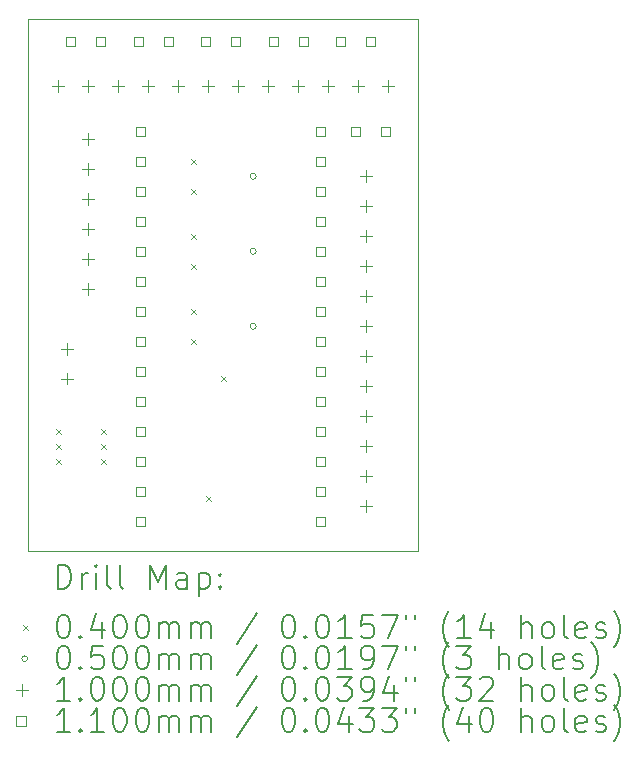
<source format=gbr>
%FSLAX45Y45*%
G04 Gerber Fmt 4.5, Leading zero omitted, Abs format (unit mm)*
G04 Created by KiCad (PCBNEW (6.0.1)) date 2022-02-24 09:22:36*
%MOMM*%
%LPD*%
G01*
G04 APERTURE LIST*
%TA.AperFunction,Profile*%
%ADD10C,0.100000*%
%TD*%
%ADD11C,0.200000*%
%ADD12C,0.040000*%
%ADD13C,0.050000*%
%ADD14C,0.100000*%
%ADD15C,0.110000*%
G04 APERTURE END LIST*
D10*
X13081000Y-6223000D02*
X16383000Y-6223000D01*
X16383000Y-6223000D02*
X16383000Y-10731500D01*
X16383000Y-10731500D02*
X13081000Y-10731500D01*
X13081000Y-10731500D02*
X13081000Y-6223000D01*
D11*
D12*
X13315000Y-9695500D02*
X13355000Y-9735500D01*
X13355000Y-9695500D02*
X13315000Y-9735500D01*
X13315000Y-9822500D02*
X13355000Y-9862500D01*
X13355000Y-9822500D02*
X13315000Y-9862500D01*
X13315000Y-9949500D02*
X13355000Y-9989500D01*
X13355000Y-9949500D02*
X13315000Y-9989500D01*
X13696000Y-9695500D02*
X13736000Y-9735500D01*
X13736000Y-9695500D02*
X13696000Y-9735500D01*
X13696000Y-9822500D02*
X13736000Y-9862500D01*
X13736000Y-9822500D02*
X13696000Y-9862500D01*
X13696000Y-9949500D02*
X13736000Y-9989500D01*
X13736000Y-9949500D02*
X13696000Y-9989500D01*
X14458000Y-7409500D02*
X14498000Y-7449500D01*
X14498000Y-7409500D02*
X14458000Y-7449500D01*
X14458000Y-7663500D02*
X14498000Y-7703500D01*
X14498000Y-7663500D02*
X14458000Y-7703500D01*
X14458000Y-8044500D02*
X14498000Y-8084500D01*
X14498000Y-8044500D02*
X14458000Y-8084500D01*
X14458000Y-8298500D02*
X14498000Y-8338500D01*
X14498000Y-8298500D02*
X14458000Y-8338500D01*
X14458000Y-8679500D02*
X14498000Y-8719500D01*
X14498000Y-8679500D02*
X14458000Y-8719500D01*
X14458000Y-8933500D02*
X14498000Y-8973500D01*
X14498000Y-8933500D02*
X14458000Y-8973500D01*
X14585000Y-10267000D02*
X14625000Y-10307000D01*
X14625000Y-10267000D02*
X14585000Y-10307000D01*
X14712000Y-9251000D02*
X14752000Y-9291000D01*
X14752000Y-9251000D02*
X14712000Y-9291000D01*
D13*
X15011000Y-7556500D02*
G75*
G03*
X15011000Y-7556500I-25000J0D01*
G01*
X15011000Y-8191500D02*
G75*
G03*
X15011000Y-8191500I-25000J0D01*
G01*
X15011000Y-8826500D02*
G75*
G03*
X15011000Y-8826500I-25000J0D01*
G01*
D14*
X13334500Y-6744500D02*
X13334500Y-6844500D01*
X13284500Y-6794500D02*
X13384500Y-6794500D01*
X13409500Y-8969000D02*
X13409500Y-9069000D01*
X13359500Y-9019000D02*
X13459500Y-9019000D01*
X13409500Y-9219000D02*
X13409500Y-9319000D01*
X13359500Y-9269000D02*
X13459500Y-9269000D01*
X13588500Y-6744500D02*
X13588500Y-6844500D01*
X13538500Y-6794500D02*
X13638500Y-6794500D01*
X13589000Y-7189000D02*
X13589000Y-7289000D01*
X13539000Y-7239000D02*
X13639000Y-7239000D01*
X13589000Y-7443000D02*
X13589000Y-7543000D01*
X13539000Y-7493000D02*
X13639000Y-7493000D01*
X13589000Y-7697000D02*
X13589000Y-7797000D01*
X13539000Y-7747000D02*
X13639000Y-7747000D01*
X13589000Y-7951000D02*
X13589000Y-8051000D01*
X13539000Y-8001000D02*
X13639000Y-8001000D01*
X13589000Y-8205000D02*
X13589000Y-8305000D01*
X13539000Y-8255000D02*
X13639000Y-8255000D01*
X13589000Y-8459000D02*
X13589000Y-8559000D01*
X13539000Y-8509000D02*
X13639000Y-8509000D01*
X13842500Y-6744500D02*
X13842500Y-6844500D01*
X13792500Y-6794500D02*
X13892500Y-6794500D01*
X14096500Y-6744500D02*
X14096500Y-6844500D01*
X14046500Y-6794500D02*
X14146500Y-6794500D01*
X14350500Y-6744500D02*
X14350500Y-6844500D01*
X14300500Y-6794500D02*
X14400500Y-6794500D01*
X14604500Y-6744500D02*
X14604500Y-6844500D01*
X14554500Y-6794500D02*
X14654500Y-6794500D01*
X14858500Y-6744500D02*
X14858500Y-6844500D01*
X14808500Y-6794500D02*
X14908500Y-6794500D01*
X15112500Y-6744500D02*
X15112500Y-6844500D01*
X15062500Y-6794500D02*
X15162500Y-6794500D01*
X15366500Y-6744500D02*
X15366500Y-6844500D01*
X15316500Y-6794500D02*
X15416500Y-6794500D01*
X15620500Y-6744500D02*
X15620500Y-6844500D01*
X15570500Y-6794500D02*
X15670500Y-6794500D01*
X15874500Y-6744500D02*
X15874500Y-6844500D01*
X15824500Y-6794500D02*
X15924500Y-6794500D01*
X15938500Y-7506000D02*
X15938500Y-7606000D01*
X15888500Y-7556000D02*
X15988500Y-7556000D01*
X15938500Y-7760000D02*
X15938500Y-7860000D01*
X15888500Y-7810000D02*
X15988500Y-7810000D01*
X15938500Y-8014000D02*
X15938500Y-8114000D01*
X15888500Y-8064000D02*
X15988500Y-8064000D01*
X15938500Y-8268000D02*
X15938500Y-8368000D01*
X15888500Y-8318000D02*
X15988500Y-8318000D01*
X15938500Y-8522000D02*
X15938500Y-8622000D01*
X15888500Y-8572000D02*
X15988500Y-8572000D01*
X15938500Y-8776000D02*
X15938500Y-8876000D01*
X15888500Y-8826000D02*
X15988500Y-8826000D01*
X15938500Y-9030000D02*
X15938500Y-9130000D01*
X15888500Y-9080000D02*
X15988500Y-9080000D01*
X15938500Y-9284000D02*
X15938500Y-9384000D01*
X15888500Y-9334000D02*
X15988500Y-9334000D01*
X15938500Y-9538000D02*
X15938500Y-9638000D01*
X15888500Y-9588000D02*
X15988500Y-9588000D01*
X15938500Y-9792000D02*
X15938500Y-9892000D01*
X15888500Y-9842000D02*
X15988500Y-9842000D01*
X15938500Y-10046000D02*
X15938500Y-10146000D01*
X15888500Y-10096000D02*
X15988500Y-10096000D01*
X15938500Y-10300000D02*
X15938500Y-10400000D01*
X15888500Y-10350000D02*
X15988500Y-10350000D01*
X16128500Y-6744500D02*
X16128500Y-6844500D01*
X16078500Y-6794500D02*
X16178500Y-6794500D01*
D15*
X13481068Y-6452391D02*
X13481068Y-6374609D01*
X13403285Y-6374609D01*
X13403285Y-6452391D01*
X13481068Y-6452391D01*
X13735068Y-6452391D02*
X13735068Y-6374609D01*
X13657285Y-6374609D01*
X13657285Y-6452391D01*
X13735068Y-6452391D01*
X14052568Y-6452391D02*
X14052568Y-6374609D01*
X13974785Y-6374609D01*
X13974785Y-6452391D01*
X14052568Y-6452391D01*
X14072391Y-7214391D02*
X14072391Y-7136609D01*
X13994609Y-7136609D01*
X13994609Y-7214391D01*
X14072391Y-7214391D01*
X14072391Y-7468391D02*
X14072391Y-7390609D01*
X13994609Y-7390609D01*
X13994609Y-7468391D01*
X14072391Y-7468391D01*
X14072391Y-7722391D02*
X14072391Y-7644609D01*
X13994609Y-7644609D01*
X13994609Y-7722391D01*
X14072391Y-7722391D01*
X14072391Y-7976391D02*
X14072391Y-7898609D01*
X13994609Y-7898609D01*
X13994609Y-7976391D01*
X14072391Y-7976391D01*
X14072391Y-8230391D02*
X14072391Y-8152609D01*
X13994609Y-8152609D01*
X13994609Y-8230391D01*
X14072391Y-8230391D01*
X14072391Y-8484391D02*
X14072391Y-8406609D01*
X13994609Y-8406609D01*
X13994609Y-8484391D01*
X14072391Y-8484391D01*
X14072391Y-8738391D02*
X14072391Y-8660609D01*
X13994609Y-8660609D01*
X13994609Y-8738391D01*
X14072391Y-8738391D01*
X14072391Y-8992391D02*
X14072391Y-8914609D01*
X13994609Y-8914609D01*
X13994609Y-8992391D01*
X14072391Y-8992391D01*
X14072391Y-9246391D02*
X14072391Y-9168609D01*
X13994609Y-9168609D01*
X13994609Y-9246391D01*
X14072391Y-9246391D01*
X14072391Y-9500391D02*
X14072391Y-9422609D01*
X13994609Y-9422609D01*
X13994609Y-9500391D01*
X14072391Y-9500391D01*
X14072391Y-9754391D02*
X14072391Y-9676609D01*
X13994609Y-9676609D01*
X13994609Y-9754391D01*
X14072391Y-9754391D01*
X14072391Y-10008391D02*
X14072391Y-9930609D01*
X13994609Y-9930609D01*
X13994609Y-10008391D01*
X14072391Y-10008391D01*
X14072391Y-10262391D02*
X14072391Y-10184609D01*
X13994609Y-10184609D01*
X13994609Y-10262391D01*
X14072391Y-10262391D01*
X14072391Y-10516391D02*
X14072391Y-10438609D01*
X13994609Y-10438609D01*
X13994609Y-10516391D01*
X14072391Y-10516391D01*
X14306568Y-6452391D02*
X14306568Y-6374609D01*
X14228785Y-6374609D01*
X14228785Y-6452391D01*
X14306568Y-6452391D01*
X14624068Y-6452391D02*
X14624068Y-6374609D01*
X14546285Y-6374609D01*
X14546285Y-6452391D01*
X14624068Y-6452391D01*
X14878068Y-6452391D02*
X14878068Y-6374609D01*
X14800285Y-6374609D01*
X14800285Y-6452391D01*
X14878068Y-6452391D01*
X15195568Y-6452391D02*
X15195568Y-6374609D01*
X15117785Y-6374609D01*
X15117785Y-6452391D01*
X15195568Y-6452391D01*
X15449568Y-6452391D02*
X15449568Y-6374609D01*
X15371785Y-6374609D01*
X15371785Y-6452391D01*
X15449568Y-6452391D01*
X15596391Y-7214391D02*
X15596391Y-7136609D01*
X15518609Y-7136609D01*
X15518609Y-7214391D01*
X15596391Y-7214391D01*
X15596391Y-7468391D02*
X15596391Y-7390609D01*
X15518609Y-7390609D01*
X15518609Y-7468391D01*
X15596391Y-7468391D01*
X15596391Y-7722391D02*
X15596391Y-7644609D01*
X15518609Y-7644609D01*
X15518609Y-7722391D01*
X15596391Y-7722391D01*
X15596391Y-7976391D02*
X15596391Y-7898609D01*
X15518609Y-7898609D01*
X15518609Y-7976391D01*
X15596391Y-7976391D01*
X15596391Y-8230391D02*
X15596391Y-8152609D01*
X15518609Y-8152609D01*
X15518609Y-8230391D01*
X15596391Y-8230391D01*
X15596391Y-8484391D02*
X15596391Y-8406609D01*
X15518609Y-8406609D01*
X15518609Y-8484391D01*
X15596391Y-8484391D01*
X15596391Y-8738391D02*
X15596391Y-8660609D01*
X15518609Y-8660609D01*
X15518609Y-8738391D01*
X15596391Y-8738391D01*
X15596391Y-8992391D02*
X15596391Y-8914609D01*
X15518609Y-8914609D01*
X15518609Y-8992391D01*
X15596391Y-8992391D01*
X15596391Y-9246391D02*
X15596391Y-9168609D01*
X15518609Y-9168609D01*
X15518609Y-9246391D01*
X15596391Y-9246391D01*
X15596391Y-9500391D02*
X15596391Y-9422609D01*
X15518609Y-9422609D01*
X15518609Y-9500391D01*
X15596391Y-9500391D01*
X15596391Y-9754391D02*
X15596391Y-9676609D01*
X15518609Y-9676609D01*
X15518609Y-9754391D01*
X15596391Y-9754391D01*
X15596391Y-10008391D02*
X15596391Y-9930609D01*
X15518609Y-9930609D01*
X15518609Y-10008391D01*
X15596391Y-10008391D01*
X15596391Y-10262391D02*
X15596391Y-10184609D01*
X15518609Y-10184609D01*
X15518609Y-10262391D01*
X15596391Y-10262391D01*
X15596391Y-10516391D02*
X15596391Y-10438609D01*
X15518609Y-10438609D01*
X15518609Y-10516391D01*
X15596391Y-10516391D01*
X15767068Y-6452391D02*
X15767068Y-6374609D01*
X15689285Y-6374609D01*
X15689285Y-6452391D01*
X15767068Y-6452391D01*
X15894068Y-7214391D02*
X15894068Y-7136609D01*
X15816285Y-7136609D01*
X15816285Y-7214391D01*
X15894068Y-7214391D01*
X16021068Y-6452391D02*
X16021068Y-6374609D01*
X15943285Y-6374609D01*
X15943285Y-6452391D01*
X16021068Y-6452391D01*
X16148068Y-7214391D02*
X16148068Y-7136609D01*
X16070285Y-7136609D01*
X16070285Y-7214391D01*
X16148068Y-7214391D01*
D11*
X13333619Y-11046976D02*
X13333619Y-10846976D01*
X13381238Y-10846976D01*
X13409809Y-10856500D01*
X13428857Y-10875548D01*
X13438381Y-10894595D01*
X13447905Y-10932690D01*
X13447905Y-10961262D01*
X13438381Y-10999357D01*
X13428857Y-11018405D01*
X13409809Y-11037452D01*
X13381238Y-11046976D01*
X13333619Y-11046976D01*
X13533619Y-11046976D02*
X13533619Y-10913643D01*
X13533619Y-10951738D02*
X13543143Y-10932690D01*
X13552667Y-10923167D01*
X13571714Y-10913643D01*
X13590762Y-10913643D01*
X13657428Y-11046976D02*
X13657428Y-10913643D01*
X13657428Y-10846976D02*
X13647905Y-10856500D01*
X13657428Y-10866024D01*
X13666952Y-10856500D01*
X13657428Y-10846976D01*
X13657428Y-10866024D01*
X13781238Y-11046976D02*
X13762190Y-11037452D01*
X13752667Y-11018405D01*
X13752667Y-10846976D01*
X13886000Y-11046976D02*
X13866952Y-11037452D01*
X13857428Y-11018405D01*
X13857428Y-10846976D01*
X14114571Y-11046976D02*
X14114571Y-10846976D01*
X14181238Y-10989833D01*
X14247905Y-10846976D01*
X14247905Y-11046976D01*
X14428857Y-11046976D02*
X14428857Y-10942214D01*
X14419333Y-10923167D01*
X14400286Y-10913643D01*
X14362190Y-10913643D01*
X14343143Y-10923167D01*
X14428857Y-11037452D02*
X14409809Y-11046976D01*
X14362190Y-11046976D01*
X14343143Y-11037452D01*
X14333619Y-11018405D01*
X14333619Y-10999357D01*
X14343143Y-10980310D01*
X14362190Y-10970786D01*
X14409809Y-10970786D01*
X14428857Y-10961262D01*
X14524095Y-10913643D02*
X14524095Y-11113643D01*
X14524095Y-10923167D02*
X14543143Y-10913643D01*
X14581238Y-10913643D01*
X14600286Y-10923167D01*
X14609809Y-10932690D01*
X14619333Y-10951738D01*
X14619333Y-11008881D01*
X14609809Y-11027929D01*
X14600286Y-11037452D01*
X14581238Y-11046976D01*
X14543143Y-11046976D01*
X14524095Y-11037452D01*
X14705048Y-11027929D02*
X14714571Y-11037452D01*
X14705048Y-11046976D01*
X14695524Y-11037452D01*
X14705048Y-11027929D01*
X14705048Y-11046976D01*
X14705048Y-10923167D02*
X14714571Y-10932690D01*
X14705048Y-10942214D01*
X14695524Y-10932690D01*
X14705048Y-10923167D01*
X14705048Y-10942214D01*
D12*
X13036000Y-11356500D02*
X13076000Y-11396500D01*
X13076000Y-11356500D02*
X13036000Y-11396500D01*
D11*
X13371714Y-11266976D02*
X13390762Y-11266976D01*
X13409809Y-11276500D01*
X13419333Y-11286024D01*
X13428857Y-11305071D01*
X13438381Y-11343167D01*
X13438381Y-11390786D01*
X13428857Y-11428881D01*
X13419333Y-11447928D01*
X13409809Y-11457452D01*
X13390762Y-11466976D01*
X13371714Y-11466976D01*
X13352667Y-11457452D01*
X13343143Y-11447928D01*
X13333619Y-11428881D01*
X13324095Y-11390786D01*
X13324095Y-11343167D01*
X13333619Y-11305071D01*
X13343143Y-11286024D01*
X13352667Y-11276500D01*
X13371714Y-11266976D01*
X13524095Y-11447928D02*
X13533619Y-11457452D01*
X13524095Y-11466976D01*
X13514571Y-11457452D01*
X13524095Y-11447928D01*
X13524095Y-11466976D01*
X13705048Y-11333643D02*
X13705048Y-11466976D01*
X13657428Y-11257452D02*
X13609809Y-11400309D01*
X13733619Y-11400309D01*
X13847905Y-11266976D02*
X13866952Y-11266976D01*
X13886000Y-11276500D01*
X13895524Y-11286024D01*
X13905048Y-11305071D01*
X13914571Y-11343167D01*
X13914571Y-11390786D01*
X13905048Y-11428881D01*
X13895524Y-11447928D01*
X13886000Y-11457452D01*
X13866952Y-11466976D01*
X13847905Y-11466976D01*
X13828857Y-11457452D01*
X13819333Y-11447928D01*
X13809809Y-11428881D01*
X13800286Y-11390786D01*
X13800286Y-11343167D01*
X13809809Y-11305071D01*
X13819333Y-11286024D01*
X13828857Y-11276500D01*
X13847905Y-11266976D01*
X14038381Y-11266976D02*
X14057428Y-11266976D01*
X14076476Y-11276500D01*
X14086000Y-11286024D01*
X14095524Y-11305071D01*
X14105048Y-11343167D01*
X14105048Y-11390786D01*
X14095524Y-11428881D01*
X14086000Y-11447928D01*
X14076476Y-11457452D01*
X14057428Y-11466976D01*
X14038381Y-11466976D01*
X14019333Y-11457452D01*
X14009809Y-11447928D01*
X14000286Y-11428881D01*
X13990762Y-11390786D01*
X13990762Y-11343167D01*
X14000286Y-11305071D01*
X14009809Y-11286024D01*
X14019333Y-11276500D01*
X14038381Y-11266976D01*
X14190762Y-11466976D02*
X14190762Y-11333643D01*
X14190762Y-11352690D02*
X14200286Y-11343167D01*
X14219333Y-11333643D01*
X14247905Y-11333643D01*
X14266952Y-11343167D01*
X14276476Y-11362214D01*
X14276476Y-11466976D01*
X14276476Y-11362214D02*
X14286000Y-11343167D01*
X14305048Y-11333643D01*
X14333619Y-11333643D01*
X14352667Y-11343167D01*
X14362190Y-11362214D01*
X14362190Y-11466976D01*
X14457428Y-11466976D02*
X14457428Y-11333643D01*
X14457428Y-11352690D02*
X14466952Y-11343167D01*
X14486000Y-11333643D01*
X14514571Y-11333643D01*
X14533619Y-11343167D01*
X14543143Y-11362214D01*
X14543143Y-11466976D01*
X14543143Y-11362214D02*
X14552667Y-11343167D01*
X14571714Y-11333643D01*
X14600286Y-11333643D01*
X14619333Y-11343167D01*
X14628857Y-11362214D01*
X14628857Y-11466976D01*
X15019333Y-11257452D02*
X14847905Y-11514595D01*
X15276476Y-11266976D02*
X15295524Y-11266976D01*
X15314571Y-11276500D01*
X15324095Y-11286024D01*
X15333619Y-11305071D01*
X15343143Y-11343167D01*
X15343143Y-11390786D01*
X15333619Y-11428881D01*
X15324095Y-11447928D01*
X15314571Y-11457452D01*
X15295524Y-11466976D01*
X15276476Y-11466976D01*
X15257428Y-11457452D01*
X15247905Y-11447928D01*
X15238381Y-11428881D01*
X15228857Y-11390786D01*
X15228857Y-11343167D01*
X15238381Y-11305071D01*
X15247905Y-11286024D01*
X15257428Y-11276500D01*
X15276476Y-11266976D01*
X15428857Y-11447928D02*
X15438381Y-11457452D01*
X15428857Y-11466976D01*
X15419333Y-11457452D01*
X15428857Y-11447928D01*
X15428857Y-11466976D01*
X15562190Y-11266976D02*
X15581238Y-11266976D01*
X15600286Y-11276500D01*
X15609809Y-11286024D01*
X15619333Y-11305071D01*
X15628857Y-11343167D01*
X15628857Y-11390786D01*
X15619333Y-11428881D01*
X15609809Y-11447928D01*
X15600286Y-11457452D01*
X15581238Y-11466976D01*
X15562190Y-11466976D01*
X15543143Y-11457452D01*
X15533619Y-11447928D01*
X15524095Y-11428881D01*
X15514571Y-11390786D01*
X15514571Y-11343167D01*
X15524095Y-11305071D01*
X15533619Y-11286024D01*
X15543143Y-11276500D01*
X15562190Y-11266976D01*
X15819333Y-11466976D02*
X15705048Y-11466976D01*
X15762190Y-11466976D02*
X15762190Y-11266976D01*
X15743143Y-11295548D01*
X15724095Y-11314595D01*
X15705048Y-11324119D01*
X16000286Y-11266976D02*
X15905048Y-11266976D01*
X15895524Y-11362214D01*
X15905048Y-11352690D01*
X15924095Y-11343167D01*
X15971714Y-11343167D01*
X15990762Y-11352690D01*
X16000286Y-11362214D01*
X16009809Y-11381262D01*
X16009809Y-11428881D01*
X16000286Y-11447928D01*
X15990762Y-11457452D01*
X15971714Y-11466976D01*
X15924095Y-11466976D01*
X15905048Y-11457452D01*
X15895524Y-11447928D01*
X16076476Y-11266976D02*
X16209809Y-11266976D01*
X16124095Y-11466976D01*
X16276476Y-11266976D02*
X16276476Y-11305071D01*
X16352667Y-11266976D02*
X16352667Y-11305071D01*
X16647905Y-11543167D02*
X16638381Y-11533643D01*
X16619333Y-11505071D01*
X16609809Y-11486024D01*
X16600286Y-11457452D01*
X16590762Y-11409833D01*
X16590762Y-11371738D01*
X16600286Y-11324119D01*
X16609809Y-11295548D01*
X16619333Y-11276500D01*
X16638381Y-11247928D01*
X16647905Y-11238405D01*
X16828857Y-11466976D02*
X16714571Y-11466976D01*
X16771714Y-11466976D02*
X16771714Y-11266976D01*
X16752667Y-11295548D01*
X16733619Y-11314595D01*
X16714571Y-11324119D01*
X17000286Y-11333643D02*
X17000286Y-11466976D01*
X16952667Y-11257452D02*
X16905048Y-11400309D01*
X17028857Y-11400309D01*
X17257429Y-11466976D02*
X17257429Y-11266976D01*
X17343143Y-11466976D02*
X17343143Y-11362214D01*
X17333619Y-11343167D01*
X17314571Y-11333643D01*
X17286000Y-11333643D01*
X17266952Y-11343167D01*
X17257429Y-11352690D01*
X17466952Y-11466976D02*
X17447905Y-11457452D01*
X17438381Y-11447928D01*
X17428857Y-11428881D01*
X17428857Y-11371738D01*
X17438381Y-11352690D01*
X17447905Y-11343167D01*
X17466952Y-11333643D01*
X17495524Y-11333643D01*
X17514571Y-11343167D01*
X17524095Y-11352690D01*
X17533619Y-11371738D01*
X17533619Y-11428881D01*
X17524095Y-11447928D01*
X17514571Y-11457452D01*
X17495524Y-11466976D01*
X17466952Y-11466976D01*
X17647905Y-11466976D02*
X17628857Y-11457452D01*
X17619333Y-11438405D01*
X17619333Y-11266976D01*
X17800286Y-11457452D02*
X17781238Y-11466976D01*
X17743143Y-11466976D01*
X17724095Y-11457452D01*
X17714571Y-11438405D01*
X17714571Y-11362214D01*
X17724095Y-11343167D01*
X17743143Y-11333643D01*
X17781238Y-11333643D01*
X17800286Y-11343167D01*
X17809810Y-11362214D01*
X17809810Y-11381262D01*
X17714571Y-11400309D01*
X17886000Y-11457452D02*
X17905048Y-11466976D01*
X17943143Y-11466976D01*
X17962190Y-11457452D01*
X17971714Y-11438405D01*
X17971714Y-11428881D01*
X17962190Y-11409833D01*
X17943143Y-11400309D01*
X17914571Y-11400309D01*
X17895524Y-11390786D01*
X17886000Y-11371738D01*
X17886000Y-11362214D01*
X17895524Y-11343167D01*
X17914571Y-11333643D01*
X17943143Y-11333643D01*
X17962190Y-11343167D01*
X18038381Y-11543167D02*
X18047905Y-11533643D01*
X18066952Y-11505071D01*
X18076476Y-11486024D01*
X18086000Y-11457452D01*
X18095524Y-11409833D01*
X18095524Y-11371738D01*
X18086000Y-11324119D01*
X18076476Y-11295548D01*
X18066952Y-11276500D01*
X18047905Y-11247928D01*
X18038381Y-11238405D01*
D13*
X13076000Y-11640500D02*
G75*
G03*
X13076000Y-11640500I-25000J0D01*
G01*
D11*
X13371714Y-11530976D02*
X13390762Y-11530976D01*
X13409809Y-11540500D01*
X13419333Y-11550024D01*
X13428857Y-11569071D01*
X13438381Y-11607167D01*
X13438381Y-11654786D01*
X13428857Y-11692881D01*
X13419333Y-11711928D01*
X13409809Y-11721452D01*
X13390762Y-11730976D01*
X13371714Y-11730976D01*
X13352667Y-11721452D01*
X13343143Y-11711928D01*
X13333619Y-11692881D01*
X13324095Y-11654786D01*
X13324095Y-11607167D01*
X13333619Y-11569071D01*
X13343143Y-11550024D01*
X13352667Y-11540500D01*
X13371714Y-11530976D01*
X13524095Y-11711928D02*
X13533619Y-11721452D01*
X13524095Y-11730976D01*
X13514571Y-11721452D01*
X13524095Y-11711928D01*
X13524095Y-11730976D01*
X13714571Y-11530976D02*
X13619333Y-11530976D01*
X13609809Y-11626214D01*
X13619333Y-11616690D01*
X13638381Y-11607167D01*
X13686000Y-11607167D01*
X13705048Y-11616690D01*
X13714571Y-11626214D01*
X13724095Y-11645262D01*
X13724095Y-11692881D01*
X13714571Y-11711928D01*
X13705048Y-11721452D01*
X13686000Y-11730976D01*
X13638381Y-11730976D01*
X13619333Y-11721452D01*
X13609809Y-11711928D01*
X13847905Y-11530976D02*
X13866952Y-11530976D01*
X13886000Y-11540500D01*
X13895524Y-11550024D01*
X13905048Y-11569071D01*
X13914571Y-11607167D01*
X13914571Y-11654786D01*
X13905048Y-11692881D01*
X13895524Y-11711928D01*
X13886000Y-11721452D01*
X13866952Y-11730976D01*
X13847905Y-11730976D01*
X13828857Y-11721452D01*
X13819333Y-11711928D01*
X13809809Y-11692881D01*
X13800286Y-11654786D01*
X13800286Y-11607167D01*
X13809809Y-11569071D01*
X13819333Y-11550024D01*
X13828857Y-11540500D01*
X13847905Y-11530976D01*
X14038381Y-11530976D02*
X14057428Y-11530976D01*
X14076476Y-11540500D01*
X14086000Y-11550024D01*
X14095524Y-11569071D01*
X14105048Y-11607167D01*
X14105048Y-11654786D01*
X14095524Y-11692881D01*
X14086000Y-11711928D01*
X14076476Y-11721452D01*
X14057428Y-11730976D01*
X14038381Y-11730976D01*
X14019333Y-11721452D01*
X14009809Y-11711928D01*
X14000286Y-11692881D01*
X13990762Y-11654786D01*
X13990762Y-11607167D01*
X14000286Y-11569071D01*
X14009809Y-11550024D01*
X14019333Y-11540500D01*
X14038381Y-11530976D01*
X14190762Y-11730976D02*
X14190762Y-11597643D01*
X14190762Y-11616690D02*
X14200286Y-11607167D01*
X14219333Y-11597643D01*
X14247905Y-11597643D01*
X14266952Y-11607167D01*
X14276476Y-11626214D01*
X14276476Y-11730976D01*
X14276476Y-11626214D02*
X14286000Y-11607167D01*
X14305048Y-11597643D01*
X14333619Y-11597643D01*
X14352667Y-11607167D01*
X14362190Y-11626214D01*
X14362190Y-11730976D01*
X14457428Y-11730976D02*
X14457428Y-11597643D01*
X14457428Y-11616690D02*
X14466952Y-11607167D01*
X14486000Y-11597643D01*
X14514571Y-11597643D01*
X14533619Y-11607167D01*
X14543143Y-11626214D01*
X14543143Y-11730976D01*
X14543143Y-11626214D02*
X14552667Y-11607167D01*
X14571714Y-11597643D01*
X14600286Y-11597643D01*
X14619333Y-11607167D01*
X14628857Y-11626214D01*
X14628857Y-11730976D01*
X15019333Y-11521452D02*
X14847905Y-11778595D01*
X15276476Y-11530976D02*
X15295524Y-11530976D01*
X15314571Y-11540500D01*
X15324095Y-11550024D01*
X15333619Y-11569071D01*
X15343143Y-11607167D01*
X15343143Y-11654786D01*
X15333619Y-11692881D01*
X15324095Y-11711928D01*
X15314571Y-11721452D01*
X15295524Y-11730976D01*
X15276476Y-11730976D01*
X15257428Y-11721452D01*
X15247905Y-11711928D01*
X15238381Y-11692881D01*
X15228857Y-11654786D01*
X15228857Y-11607167D01*
X15238381Y-11569071D01*
X15247905Y-11550024D01*
X15257428Y-11540500D01*
X15276476Y-11530976D01*
X15428857Y-11711928D02*
X15438381Y-11721452D01*
X15428857Y-11730976D01*
X15419333Y-11721452D01*
X15428857Y-11711928D01*
X15428857Y-11730976D01*
X15562190Y-11530976D02*
X15581238Y-11530976D01*
X15600286Y-11540500D01*
X15609809Y-11550024D01*
X15619333Y-11569071D01*
X15628857Y-11607167D01*
X15628857Y-11654786D01*
X15619333Y-11692881D01*
X15609809Y-11711928D01*
X15600286Y-11721452D01*
X15581238Y-11730976D01*
X15562190Y-11730976D01*
X15543143Y-11721452D01*
X15533619Y-11711928D01*
X15524095Y-11692881D01*
X15514571Y-11654786D01*
X15514571Y-11607167D01*
X15524095Y-11569071D01*
X15533619Y-11550024D01*
X15543143Y-11540500D01*
X15562190Y-11530976D01*
X15819333Y-11730976D02*
X15705048Y-11730976D01*
X15762190Y-11730976D02*
X15762190Y-11530976D01*
X15743143Y-11559548D01*
X15724095Y-11578595D01*
X15705048Y-11588119D01*
X15914571Y-11730976D02*
X15952667Y-11730976D01*
X15971714Y-11721452D01*
X15981238Y-11711928D01*
X16000286Y-11683357D01*
X16009809Y-11645262D01*
X16009809Y-11569071D01*
X16000286Y-11550024D01*
X15990762Y-11540500D01*
X15971714Y-11530976D01*
X15933619Y-11530976D01*
X15914571Y-11540500D01*
X15905048Y-11550024D01*
X15895524Y-11569071D01*
X15895524Y-11616690D01*
X15905048Y-11635738D01*
X15914571Y-11645262D01*
X15933619Y-11654786D01*
X15971714Y-11654786D01*
X15990762Y-11645262D01*
X16000286Y-11635738D01*
X16009809Y-11616690D01*
X16076476Y-11530976D02*
X16209809Y-11530976D01*
X16124095Y-11730976D01*
X16276476Y-11530976D02*
X16276476Y-11569071D01*
X16352667Y-11530976D02*
X16352667Y-11569071D01*
X16647905Y-11807167D02*
X16638381Y-11797643D01*
X16619333Y-11769071D01*
X16609809Y-11750024D01*
X16600286Y-11721452D01*
X16590762Y-11673833D01*
X16590762Y-11635738D01*
X16600286Y-11588119D01*
X16609809Y-11559548D01*
X16619333Y-11540500D01*
X16638381Y-11511928D01*
X16647905Y-11502405D01*
X16705048Y-11530976D02*
X16828857Y-11530976D01*
X16762190Y-11607167D01*
X16790762Y-11607167D01*
X16809810Y-11616690D01*
X16819333Y-11626214D01*
X16828857Y-11645262D01*
X16828857Y-11692881D01*
X16819333Y-11711928D01*
X16809810Y-11721452D01*
X16790762Y-11730976D01*
X16733619Y-11730976D01*
X16714571Y-11721452D01*
X16705048Y-11711928D01*
X17066952Y-11730976D02*
X17066952Y-11530976D01*
X17152667Y-11730976D02*
X17152667Y-11626214D01*
X17143143Y-11607167D01*
X17124095Y-11597643D01*
X17095524Y-11597643D01*
X17076476Y-11607167D01*
X17066952Y-11616690D01*
X17276476Y-11730976D02*
X17257429Y-11721452D01*
X17247905Y-11711928D01*
X17238381Y-11692881D01*
X17238381Y-11635738D01*
X17247905Y-11616690D01*
X17257429Y-11607167D01*
X17276476Y-11597643D01*
X17305048Y-11597643D01*
X17324095Y-11607167D01*
X17333619Y-11616690D01*
X17343143Y-11635738D01*
X17343143Y-11692881D01*
X17333619Y-11711928D01*
X17324095Y-11721452D01*
X17305048Y-11730976D01*
X17276476Y-11730976D01*
X17457429Y-11730976D02*
X17438381Y-11721452D01*
X17428857Y-11702405D01*
X17428857Y-11530976D01*
X17609810Y-11721452D02*
X17590762Y-11730976D01*
X17552667Y-11730976D01*
X17533619Y-11721452D01*
X17524095Y-11702405D01*
X17524095Y-11626214D01*
X17533619Y-11607167D01*
X17552667Y-11597643D01*
X17590762Y-11597643D01*
X17609810Y-11607167D01*
X17619333Y-11626214D01*
X17619333Y-11645262D01*
X17524095Y-11664309D01*
X17695524Y-11721452D02*
X17714571Y-11730976D01*
X17752667Y-11730976D01*
X17771714Y-11721452D01*
X17781238Y-11702405D01*
X17781238Y-11692881D01*
X17771714Y-11673833D01*
X17752667Y-11664309D01*
X17724095Y-11664309D01*
X17705048Y-11654786D01*
X17695524Y-11635738D01*
X17695524Y-11626214D01*
X17705048Y-11607167D01*
X17724095Y-11597643D01*
X17752667Y-11597643D01*
X17771714Y-11607167D01*
X17847905Y-11807167D02*
X17857429Y-11797643D01*
X17876476Y-11769071D01*
X17886000Y-11750024D01*
X17895524Y-11721452D01*
X17905048Y-11673833D01*
X17905048Y-11635738D01*
X17895524Y-11588119D01*
X17886000Y-11559548D01*
X17876476Y-11540500D01*
X17857429Y-11511928D01*
X17847905Y-11502405D01*
D14*
X13026000Y-11854500D02*
X13026000Y-11954500D01*
X12976000Y-11904500D02*
X13076000Y-11904500D01*
D11*
X13438381Y-11994976D02*
X13324095Y-11994976D01*
X13381238Y-11994976D02*
X13381238Y-11794976D01*
X13362190Y-11823548D01*
X13343143Y-11842595D01*
X13324095Y-11852119D01*
X13524095Y-11975928D02*
X13533619Y-11985452D01*
X13524095Y-11994976D01*
X13514571Y-11985452D01*
X13524095Y-11975928D01*
X13524095Y-11994976D01*
X13657428Y-11794976D02*
X13676476Y-11794976D01*
X13695524Y-11804500D01*
X13705048Y-11814024D01*
X13714571Y-11833071D01*
X13724095Y-11871167D01*
X13724095Y-11918786D01*
X13714571Y-11956881D01*
X13705048Y-11975928D01*
X13695524Y-11985452D01*
X13676476Y-11994976D01*
X13657428Y-11994976D01*
X13638381Y-11985452D01*
X13628857Y-11975928D01*
X13619333Y-11956881D01*
X13609809Y-11918786D01*
X13609809Y-11871167D01*
X13619333Y-11833071D01*
X13628857Y-11814024D01*
X13638381Y-11804500D01*
X13657428Y-11794976D01*
X13847905Y-11794976D02*
X13866952Y-11794976D01*
X13886000Y-11804500D01*
X13895524Y-11814024D01*
X13905048Y-11833071D01*
X13914571Y-11871167D01*
X13914571Y-11918786D01*
X13905048Y-11956881D01*
X13895524Y-11975928D01*
X13886000Y-11985452D01*
X13866952Y-11994976D01*
X13847905Y-11994976D01*
X13828857Y-11985452D01*
X13819333Y-11975928D01*
X13809809Y-11956881D01*
X13800286Y-11918786D01*
X13800286Y-11871167D01*
X13809809Y-11833071D01*
X13819333Y-11814024D01*
X13828857Y-11804500D01*
X13847905Y-11794976D01*
X14038381Y-11794976D02*
X14057428Y-11794976D01*
X14076476Y-11804500D01*
X14086000Y-11814024D01*
X14095524Y-11833071D01*
X14105048Y-11871167D01*
X14105048Y-11918786D01*
X14095524Y-11956881D01*
X14086000Y-11975928D01*
X14076476Y-11985452D01*
X14057428Y-11994976D01*
X14038381Y-11994976D01*
X14019333Y-11985452D01*
X14009809Y-11975928D01*
X14000286Y-11956881D01*
X13990762Y-11918786D01*
X13990762Y-11871167D01*
X14000286Y-11833071D01*
X14009809Y-11814024D01*
X14019333Y-11804500D01*
X14038381Y-11794976D01*
X14190762Y-11994976D02*
X14190762Y-11861643D01*
X14190762Y-11880690D02*
X14200286Y-11871167D01*
X14219333Y-11861643D01*
X14247905Y-11861643D01*
X14266952Y-11871167D01*
X14276476Y-11890214D01*
X14276476Y-11994976D01*
X14276476Y-11890214D02*
X14286000Y-11871167D01*
X14305048Y-11861643D01*
X14333619Y-11861643D01*
X14352667Y-11871167D01*
X14362190Y-11890214D01*
X14362190Y-11994976D01*
X14457428Y-11994976D02*
X14457428Y-11861643D01*
X14457428Y-11880690D02*
X14466952Y-11871167D01*
X14486000Y-11861643D01*
X14514571Y-11861643D01*
X14533619Y-11871167D01*
X14543143Y-11890214D01*
X14543143Y-11994976D01*
X14543143Y-11890214D02*
X14552667Y-11871167D01*
X14571714Y-11861643D01*
X14600286Y-11861643D01*
X14619333Y-11871167D01*
X14628857Y-11890214D01*
X14628857Y-11994976D01*
X15019333Y-11785452D02*
X14847905Y-12042595D01*
X15276476Y-11794976D02*
X15295524Y-11794976D01*
X15314571Y-11804500D01*
X15324095Y-11814024D01*
X15333619Y-11833071D01*
X15343143Y-11871167D01*
X15343143Y-11918786D01*
X15333619Y-11956881D01*
X15324095Y-11975928D01*
X15314571Y-11985452D01*
X15295524Y-11994976D01*
X15276476Y-11994976D01*
X15257428Y-11985452D01*
X15247905Y-11975928D01*
X15238381Y-11956881D01*
X15228857Y-11918786D01*
X15228857Y-11871167D01*
X15238381Y-11833071D01*
X15247905Y-11814024D01*
X15257428Y-11804500D01*
X15276476Y-11794976D01*
X15428857Y-11975928D02*
X15438381Y-11985452D01*
X15428857Y-11994976D01*
X15419333Y-11985452D01*
X15428857Y-11975928D01*
X15428857Y-11994976D01*
X15562190Y-11794976D02*
X15581238Y-11794976D01*
X15600286Y-11804500D01*
X15609809Y-11814024D01*
X15619333Y-11833071D01*
X15628857Y-11871167D01*
X15628857Y-11918786D01*
X15619333Y-11956881D01*
X15609809Y-11975928D01*
X15600286Y-11985452D01*
X15581238Y-11994976D01*
X15562190Y-11994976D01*
X15543143Y-11985452D01*
X15533619Y-11975928D01*
X15524095Y-11956881D01*
X15514571Y-11918786D01*
X15514571Y-11871167D01*
X15524095Y-11833071D01*
X15533619Y-11814024D01*
X15543143Y-11804500D01*
X15562190Y-11794976D01*
X15695524Y-11794976D02*
X15819333Y-11794976D01*
X15752667Y-11871167D01*
X15781238Y-11871167D01*
X15800286Y-11880690D01*
X15809809Y-11890214D01*
X15819333Y-11909262D01*
X15819333Y-11956881D01*
X15809809Y-11975928D01*
X15800286Y-11985452D01*
X15781238Y-11994976D01*
X15724095Y-11994976D01*
X15705048Y-11985452D01*
X15695524Y-11975928D01*
X15914571Y-11994976D02*
X15952667Y-11994976D01*
X15971714Y-11985452D01*
X15981238Y-11975928D01*
X16000286Y-11947357D01*
X16009809Y-11909262D01*
X16009809Y-11833071D01*
X16000286Y-11814024D01*
X15990762Y-11804500D01*
X15971714Y-11794976D01*
X15933619Y-11794976D01*
X15914571Y-11804500D01*
X15905048Y-11814024D01*
X15895524Y-11833071D01*
X15895524Y-11880690D01*
X15905048Y-11899738D01*
X15914571Y-11909262D01*
X15933619Y-11918786D01*
X15971714Y-11918786D01*
X15990762Y-11909262D01*
X16000286Y-11899738D01*
X16009809Y-11880690D01*
X16181238Y-11861643D02*
X16181238Y-11994976D01*
X16133619Y-11785452D02*
X16086000Y-11928309D01*
X16209809Y-11928309D01*
X16276476Y-11794976D02*
X16276476Y-11833071D01*
X16352667Y-11794976D02*
X16352667Y-11833071D01*
X16647905Y-12071167D02*
X16638381Y-12061643D01*
X16619333Y-12033071D01*
X16609809Y-12014024D01*
X16600286Y-11985452D01*
X16590762Y-11937833D01*
X16590762Y-11899738D01*
X16600286Y-11852119D01*
X16609809Y-11823548D01*
X16619333Y-11804500D01*
X16638381Y-11775928D01*
X16647905Y-11766405D01*
X16705048Y-11794976D02*
X16828857Y-11794976D01*
X16762190Y-11871167D01*
X16790762Y-11871167D01*
X16809810Y-11880690D01*
X16819333Y-11890214D01*
X16828857Y-11909262D01*
X16828857Y-11956881D01*
X16819333Y-11975928D01*
X16809810Y-11985452D01*
X16790762Y-11994976D01*
X16733619Y-11994976D01*
X16714571Y-11985452D01*
X16705048Y-11975928D01*
X16905048Y-11814024D02*
X16914571Y-11804500D01*
X16933619Y-11794976D01*
X16981238Y-11794976D01*
X17000286Y-11804500D01*
X17009810Y-11814024D01*
X17019333Y-11833071D01*
X17019333Y-11852119D01*
X17009810Y-11880690D01*
X16895524Y-11994976D01*
X17019333Y-11994976D01*
X17257429Y-11994976D02*
X17257429Y-11794976D01*
X17343143Y-11994976D02*
X17343143Y-11890214D01*
X17333619Y-11871167D01*
X17314571Y-11861643D01*
X17286000Y-11861643D01*
X17266952Y-11871167D01*
X17257429Y-11880690D01*
X17466952Y-11994976D02*
X17447905Y-11985452D01*
X17438381Y-11975928D01*
X17428857Y-11956881D01*
X17428857Y-11899738D01*
X17438381Y-11880690D01*
X17447905Y-11871167D01*
X17466952Y-11861643D01*
X17495524Y-11861643D01*
X17514571Y-11871167D01*
X17524095Y-11880690D01*
X17533619Y-11899738D01*
X17533619Y-11956881D01*
X17524095Y-11975928D01*
X17514571Y-11985452D01*
X17495524Y-11994976D01*
X17466952Y-11994976D01*
X17647905Y-11994976D02*
X17628857Y-11985452D01*
X17619333Y-11966405D01*
X17619333Y-11794976D01*
X17800286Y-11985452D02*
X17781238Y-11994976D01*
X17743143Y-11994976D01*
X17724095Y-11985452D01*
X17714571Y-11966405D01*
X17714571Y-11890214D01*
X17724095Y-11871167D01*
X17743143Y-11861643D01*
X17781238Y-11861643D01*
X17800286Y-11871167D01*
X17809810Y-11890214D01*
X17809810Y-11909262D01*
X17714571Y-11928309D01*
X17886000Y-11985452D02*
X17905048Y-11994976D01*
X17943143Y-11994976D01*
X17962190Y-11985452D01*
X17971714Y-11966405D01*
X17971714Y-11956881D01*
X17962190Y-11937833D01*
X17943143Y-11928309D01*
X17914571Y-11928309D01*
X17895524Y-11918786D01*
X17886000Y-11899738D01*
X17886000Y-11890214D01*
X17895524Y-11871167D01*
X17914571Y-11861643D01*
X17943143Y-11861643D01*
X17962190Y-11871167D01*
X18038381Y-12071167D02*
X18047905Y-12061643D01*
X18066952Y-12033071D01*
X18076476Y-12014024D01*
X18086000Y-11985452D01*
X18095524Y-11937833D01*
X18095524Y-11899738D01*
X18086000Y-11852119D01*
X18076476Y-11823548D01*
X18066952Y-11804500D01*
X18047905Y-11775928D01*
X18038381Y-11766405D01*
D15*
X13059891Y-12207391D02*
X13059891Y-12129609D01*
X12982109Y-12129609D01*
X12982109Y-12207391D01*
X13059891Y-12207391D01*
D11*
X13438381Y-12258976D02*
X13324095Y-12258976D01*
X13381238Y-12258976D02*
X13381238Y-12058976D01*
X13362190Y-12087548D01*
X13343143Y-12106595D01*
X13324095Y-12116119D01*
X13524095Y-12239928D02*
X13533619Y-12249452D01*
X13524095Y-12258976D01*
X13514571Y-12249452D01*
X13524095Y-12239928D01*
X13524095Y-12258976D01*
X13724095Y-12258976D02*
X13609809Y-12258976D01*
X13666952Y-12258976D02*
X13666952Y-12058976D01*
X13647905Y-12087548D01*
X13628857Y-12106595D01*
X13609809Y-12116119D01*
X13847905Y-12058976D02*
X13866952Y-12058976D01*
X13886000Y-12068500D01*
X13895524Y-12078024D01*
X13905048Y-12097071D01*
X13914571Y-12135167D01*
X13914571Y-12182786D01*
X13905048Y-12220881D01*
X13895524Y-12239928D01*
X13886000Y-12249452D01*
X13866952Y-12258976D01*
X13847905Y-12258976D01*
X13828857Y-12249452D01*
X13819333Y-12239928D01*
X13809809Y-12220881D01*
X13800286Y-12182786D01*
X13800286Y-12135167D01*
X13809809Y-12097071D01*
X13819333Y-12078024D01*
X13828857Y-12068500D01*
X13847905Y-12058976D01*
X14038381Y-12058976D02*
X14057428Y-12058976D01*
X14076476Y-12068500D01*
X14086000Y-12078024D01*
X14095524Y-12097071D01*
X14105048Y-12135167D01*
X14105048Y-12182786D01*
X14095524Y-12220881D01*
X14086000Y-12239928D01*
X14076476Y-12249452D01*
X14057428Y-12258976D01*
X14038381Y-12258976D01*
X14019333Y-12249452D01*
X14009809Y-12239928D01*
X14000286Y-12220881D01*
X13990762Y-12182786D01*
X13990762Y-12135167D01*
X14000286Y-12097071D01*
X14009809Y-12078024D01*
X14019333Y-12068500D01*
X14038381Y-12058976D01*
X14190762Y-12258976D02*
X14190762Y-12125643D01*
X14190762Y-12144690D02*
X14200286Y-12135167D01*
X14219333Y-12125643D01*
X14247905Y-12125643D01*
X14266952Y-12135167D01*
X14276476Y-12154214D01*
X14276476Y-12258976D01*
X14276476Y-12154214D02*
X14286000Y-12135167D01*
X14305048Y-12125643D01*
X14333619Y-12125643D01*
X14352667Y-12135167D01*
X14362190Y-12154214D01*
X14362190Y-12258976D01*
X14457428Y-12258976D02*
X14457428Y-12125643D01*
X14457428Y-12144690D02*
X14466952Y-12135167D01*
X14486000Y-12125643D01*
X14514571Y-12125643D01*
X14533619Y-12135167D01*
X14543143Y-12154214D01*
X14543143Y-12258976D01*
X14543143Y-12154214D02*
X14552667Y-12135167D01*
X14571714Y-12125643D01*
X14600286Y-12125643D01*
X14619333Y-12135167D01*
X14628857Y-12154214D01*
X14628857Y-12258976D01*
X15019333Y-12049452D02*
X14847905Y-12306595D01*
X15276476Y-12058976D02*
X15295524Y-12058976D01*
X15314571Y-12068500D01*
X15324095Y-12078024D01*
X15333619Y-12097071D01*
X15343143Y-12135167D01*
X15343143Y-12182786D01*
X15333619Y-12220881D01*
X15324095Y-12239928D01*
X15314571Y-12249452D01*
X15295524Y-12258976D01*
X15276476Y-12258976D01*
X15257428Y-12249452D01*
X15247905Y-12239928D01*
X15238381Y-12220881D01*
X15228857Y-12182786D01*
X15228857Y-12135167D01*
X15238381Y-12097071D01*
X15247905Y-12078024D01*
X15257428Y-12068500D01*
X15276476Y-12058976D01*
X15428857Y-12239928D02*
X15438381Y-12249452D01*
X15428857Y-12258976D01*
X15419333Y-12249452D01*
X15428857Y-12239928D01*
X15428857Y-12258976D01*
X15562190Y-12058976D02*
X15581238Y-12058976D01*
X15600286Y-12068500D01*
X15609809Y-12078024D01*
X15619333Y-12097071D01*
X15628857Y-12135167D01*
X15628857Y-12182786D01*
X15619333Y-12220881D01*
X15609809Y-12239928D01*
X15600286Y-12249452D01*
X15581238Y-12258976D01*
X15562190Y-12258976D01*
X15543143Y-12249452D01*
X15533619Y-12239928D01*
X15524095Y-12220881D01*
X15514571Y-12182786D01*
X15514571Y-12135167D01*
X15524095Y-12097071D01*
X15533619Y-12078024D01*
X15543143Y-12068500D01*
X15562190Y-12058976D01*
X15800286Y-12125643D02*
X15800286Y-12258976D01*
X15752667Y-12049452D02*
X15705048Y-12192309D01*
X15828857Y-12192309D01*
X15886000Y-12058976D02*
X16009809Y-12058976D01*
X15943143Y-12135167D01*
X15971714Y-12135167D01*
X15990762Y-12144690D01*
X16000286Y-12154214D01*
X16009809Y-12173262D01*
X16009809Y-12220881D01*
X16000286Y-12239928D01*
X15990762Y-12249452D01*
X15971714Y-12258976D01*
X15914571Y-12258976D01*
X15895524Y-12249452D01*
X15886000Y-12239928D01*
X16076476Y-12058976D02*
X16200286Y-12058976D01*
X16133619Y-12135167D01*
X16162190Y-12135167D01*
X16181238Y-12144690D01*
X16190762Y-12154214D01*
X16200286Y-12173262D01*
X16200286Y-12220881D01*
X16190762Y-12239928D01*
X16181238Y-12249452D01*
X16162190Y-12258976D01*
X16105048Y-12258976D01*
X16086000Y-12249452D01*
X16076476Y-12239928D01*
X16276476Y-12058976D02*
X16276476Y-12097071D01*
X16352667Y-12058976D02*
X16352667Y-12097071D01*
X16647905Y-12335167D02*
X16638381Y-12325643D01*
X16619333Y-12297071D01*
X16609809Y-12278024D01*
X16600286Y-12249452D01*
X16590762Y-12201833D01*
X16590762Y-12163738D01*
X16600286Y-12116119D01*
X16609809Y-12087548D01*
X16619333Y-12068500D01*
X16638381Y-12039928D01*
X16647905Y-12030405D01*
X16809810Y-12125643D02*
X16809810Y-12258976D01*
X16762190Y-12049452D02*
X16714571Y-12192309D01*
X16838381Y-12192309D01*
X16952667Y-12058976D02*
X16971714Y-12058976D01*
X16990762Y-12068500D01*
X17000286Y-12078024D01*
X17009810Y-12097071D01*
X17019333Y-12135167D01*
X17019333Y-12182786D01*
X17009810Y-12220881D01*
X17000286Y-12239928D01*
X16990762Y-12249452D01*
X16971714Y-12258976D01*
X16952667Y-12258976D01*
X16933619Y-12249452D01*
X16924095Y-12239928D01*
X16914571Y-12220881D01*
X16905048Y-12182786D01*
X16905048Y-12135167D01*
X16914571Y-12097071D01*
X16924095Y-12078024D01*
X16933619Y-12068500D01*
X16952667Y-12058976D01*
X17257429Y-12258976D02*
X17257429Y-12058976D01*
X17343143Y-12258976D02*
X17343143Y-12154214D01*
X17333619Y-12135167D01*
X17314571Y-12125643D01*
X17286000Y-12125643D01*
X17266952Y-12135167D01*
X17257429Y-12144690D01*
X17466952Y-12258976D02*
X17447905Y-12249452D01*
X17438381Y-12239928D01*
X17428857Y-12220881D01*
X17428857Y-12163738D01*
X17438381Y-12144690D01*
X17447905Y-12135167D01*
X17466952Y-12125643D01*
X17495524Y-12125643D01*
X17514571Y-12135167D01*
X17524095Y-12144690D01*
X17533619Y-12163738D01*
X17533619Y-12220881D01*
X17524095Y-12239928D01*
X17514571Y-12249452D01*
X17495524Y-12258976D01*
X17466952Y-12258976D01*
X17647905Y-12258976D02*
X17628857Y-12249452D01*
X17619333Y-12230405D01*
X17619333Y-12058976D01*
X17800286Y-12249452D02*
X17781238Y-12258976D01*
X17743143Y-12258976D01*
X17724095Y-12249452D01*
X17714571Y-12230405D01*
X17714571Y-12154214D01*
X17724095Y-12135167D01*
X17743143Y-12125643D01*
X17781238Y-12125643D01*
X17800286Y-12135167D01*
X17809810Y-12154214D01*
X17809810Y-12173262D01*
X17714571Y-12192309D01*
X17886000Y-12249452D02*
X17905048Y-12258976D01*
X17943143Y-12258976D01*
X17962190Y-12249452D01*
X17971714Y-12230405D01*
X17971714Y-12220881D01*
X17962190Y-12201833D01*
X17943143Y-12192309D01*
X17914571Y-12192309D01*
X17895524Y-12182786D01*
X17886000Y-12163738D01*
X17886000Y-12154214D01*
X17895524Y-12135167D01*
X17914571Y-12125643D01*
X17943143Y-12125643D01*
X17962190Y-12135167D01*
X18038381Y-12335167D02*
X18047905Y-12325643D01*
X18066952Y-12297071D01*
X18076476Y-12278024D01*
X18086000Y-12249452D01*
X18095524Y-12201833D01*
X18095524Y-12163738D01*
X18086000Y-12116119D01*
X18076476Y-12087548D01*
X18066952Y-12068500D01*
X18047905Y-12039928D01*
X18038381Y-12030405D01*
M02*

</source>
